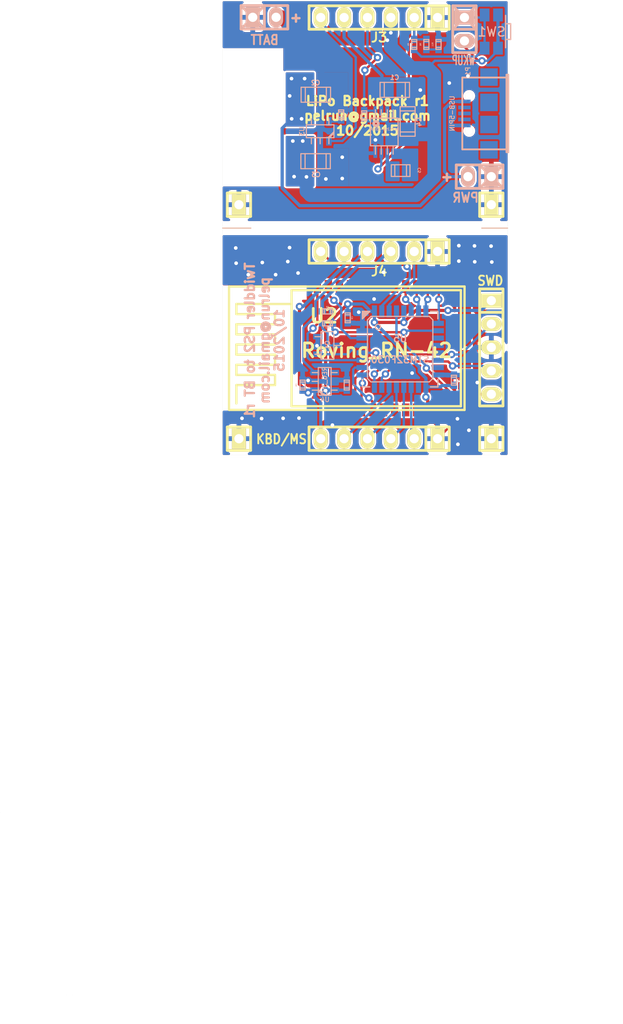
<source format=kicad_pcb>
(kicad_pcb (version 20221018) (generator pcbnew)
  (layers (0 "F.Cu" signal) (31 "B.Cu" signal) (34 "B.Paste" user) (35 "F.Paste" user) (36 "B.SilkS" user "B.Silkscreen") (37 "F.SilkS" user "F.Silkscreen") (38 "B.Mask" user) (39 "F.Mask" user) (44 "Edge.Cuts" user))
  (net 0 "")
  (net 1 "+3.3V")
  (net 2 "+5V")
  (net 3 "+BATT")
  (net 4 "/BATT_SENSE")
  (net 5 "/KB_CLK")
  (net 6 "/KB_DATA")
  (net 7 "/MISO")
  (net 8 "/MOSI")
  (net 9 "/MS_CLK")
  (net 10 "/MS_DATA")
  (net 11 "/POWER_ON")
  (net 12 "/PWR_GOOD")
  (net 13 "/REG_C+")
  (net 14 "/REG_C-")
  (net 15 "/nCTS")
  (net 16 "/nRTS")
  (net 17 "GND")
  (net 18 "VCC")
  (net 19 "/SWDIO")
  (net 20 "/NRST")
  (net 21 "Net-(R3-Pad1)")
  (net 22 "Net-(R11-Pad1)")
  (net 23 "/BT_RX")
  (net 24 "/BT_TX")
  (net 25 "/~{BT_CS}")
  (net 26 "/SCK")
  (net 27 "/SWDCLK")
  (net 28 "/BATT_ADC")
  (net 29 "/~{BT_RESET}")
  (net 30 "Net-(U2-Pad10)")
  (net 31 "Net-(U2-Pad9)")
  (net 32 "Net-(U2-Pad8)")
  (net 33 "Net-(U2-Pad7)")
  (net 34 "Net-(U2-Pad20)")
  (net 35 "Net-(U2-Pad30)")
  (net 36 "Net-(U2-Pad31)")
  (net 37 "Net-(U2-Pad32)")
  (net 38 "Net-(U2-Pad33)")
  (net 39 "Net-(U2-Pad34)")
  (net 40 "/CHG_STAT")
  (net 41 "Net-(U4-Pad4)")
  (net 42 "Net-(U5-Pad11)")
  (net 43 "Net-(U5-Pad12)")
  (net 44 "Net-(U5-Pad13)")
  (net 45 "Net-(U5-Pad18)")
  (net 46 "Net-(U2-Pad3)")
  (net 47 "Net-(U2-Pad4)")
  (net 48 "Net-(U2-Pad17)")
  (net 49 "Net-(U2-Pad18)")
  (net 50 "Net-(U2-Pad19)")
  (net 51 "Net-(U2-Pad21)")
  (net 52 "Net-(U2-Pad22)")
  (net 53 "Net-(U2-Pad35)")
  (net 54 "Net-(U5-Pad14)")
  (net 55 "Net-(U5-Pad15)")
  (net 56 "Net-(P1-Pad2)")
  (net 57 "Net-(P1-Pad3)")
  (net 58 "Net-(P1-Pad4)")
  (net 59 "Net-(Q1-Pad2)")
  (net 60 "Net-(J10-Pad1)")
  (footprint "w_pin_strip:pin_strip_6" (layer "F.Cu") (at 146.36524 77.77936 180)
    (fp_text reference "J1" hide)
    (fp_text value "KBD/MS")
  )
  (footprint "w_pin_strip:pin_strip_5" (layer "F.Cu") (at 158.55724 67.87336 -90)
    (fp_text reference "J2" hide)
    (fp_text value "SWD")
  )
  (footprint "w_rf_modules:w_rf_modules%3aroving_rn-42" (layer "F.Cu") (at 142.84724 67.95736 90)
    (fp_text reference "U2")
    (fp_text value "Roving_RN-42")
  )
  (footprint "w_pin_strip:pin_strip_6" (layer "F.Cu") (at 146.36524 32.05936 180)
    (fp_text reference "J3")
    (fp_text value "BRD1" hide)
  )
  (footprint "w_pin_strip:pin_strip_6" (layer "F.Cu") (at 146.36524 57.45936 180)
    (fp_text reference "J4")
    (fp_text value "BRD2" hide)
  )
  (footprint "w_pin_strip:pin_strip_1" (layer "F.Cu") (at 158.55724 77.77936)
    (fp_text reference "J5" hide)
    (fp_text value "M" hide)
  )
  (footprint "w_pin_strip:pin_strip_1" (layer "F.Cu") (at 131.12524 77.77936)
    (fp_text reference "J6" hide)
    (fp_text value "M" hide)
  )
  (footprint "w_pin_strip:pin_strip_1" (layer "F.Cu") (at 158.55724 52.37936)
    (fp_text reference "J7" hide)
    (fp_text value "M" hide)
  )
  (footprint "w_pin_strip:pin_strip_1" (layer "F.Cu") (at 131.12524 52.37936)
    (fp_text reference "J8" hide)
    (fp_text value "M" hide)
  )
  (footprint "Mounting_Holes:MountingHole_2-5mm" (layer "F.Cu") (at 144.96824 54.91936)
    (fp_text reference "SLOT" hide)
    (fp_text value "SLOT" hide)
  )
  (footprint "w_smd_cap:c_1206" (layer "B.Cu") (at 148.06489 39.91301 180)
    (fp_text reference "C1")
    (fp_text value "10uF" hide)
  )
  (footprint "w_smd_cap:c_1206" (layer "B.Cu") (at 139.48184 40.44136 180)
    (fp_text reference "C2")
    (fp_text value "10uF" hide)
  )
  (footprint "w_smd_cap:c_1206" (layer "B.Cu") (at 139.45644 47.65496 180)
    (fp_text reference "C3")
    (fp_text value "10uF" hide)
  )
  (footprint "w_smd_cap:c_1206" (layer "B.Cu") (at 149.46189 43.34201 -90)
    (fp_text reference "C4")
    (fp_text value "10uF" hide)
  )
  (footprint "w_smd_cap:c_0402" (layer "B.Cu") (at 138.04724 71.95736 90)
    (fp_text reference "C6")
    (fp_text value "1uF/X7R" hide)
  )
  (footprint "w_smd_cap:c_0402" (layer "B.Cu") (at 142.84724 71.95736 -90)
    (fp_text reference "C7")
    (fp_text value "1uF/X7R" hide)
  )
  (footprint "w_smd_trans:sot23" (layer "B.Cu") (at 140.74724 67.65736 90)
    (fp_text reference "Q1")
    (fp_text value "MOS_N_DGS" hide)
  )
  (footprint "w_smd_resistors:r_0402" (layer "B.Cu") (at 142.23764 42.62596 -90)
    (fp_text reference "R3")
    (fp_text value "10k" hide)
  )
  (footprint "w_smd_resistors:r_0402" (layer "B.Cu") (at 150.17524 34.98036 -90)
    (fp_text reference "R5")
    (fp_text value "10k" hide)
  )
  (footprint "w_smd_resistors:r_0402" (layer "B.Cu") (at 151.49604 34.98036 90)
    (fp_text reference "R6")
    (fp_text value "10k" hide)
  )
  (footprint "w_smd_resistors:r_0402" (layer "B.Cu") (at 140.74724 63.95736 180)
    (fp_text reference "R9")
    (fp_text value "10k" hide)
  )
  (footprint "w_smd_resistors:r_0402" (layer "B.Cu") (at 140.74724 65.25736)
    (fp_text reference "R10")
    (fp_text value "10k" hide)
  )
  (footprint "w_smd_resistors:r_0402" (layer "B.Cu") (at 152.81684 34.98036 -90)
    (fp_text reference "R11")
    (fp_text value "10k" hide)
  )
  (footprint "w_smd_dil:msoic-8" (layer "B.Cu") (at 146.92189 44.48501)
    (fp_text reference "U1")
    (fp_text value "MCP1253-33X50")
  )
  (footprint "w_smd_trans:sot23-5" (layer "B.Cu") (at 139.95164 44.40396 180)
    (fp_text reference "U3")
    (fp_text value "MCP73831T-2" hide)
  )
  (footprint "w_smd_trans:sot23-5" (layer "B.Cu") (at 140.44724 71.55736 90)
    (fp_text reference "U4")
    (fp_text value "REG_3V3")
  )
  (footprint "w_smd_lqfp:lqfp32" (layer "B.Cu") (at 148.64724 68.05736)
    (fp_text reference "U5")
    (fp_text value "STM32F030")
  )
  (footprint "w_smd_cap:c_0402" (layer "B.Cu") (at 142.94724 64.65736 90)
    (fp_text reference "C9")
    (fp_text value "0.1u" hide)
  )
  (footprint "w_smd_cap:c_0402" (layer "B.Cu") (at 154.49324 71.42936 90)
    (fp_text reference "C10")
    (fp_text value "0.1u" hide)
  )
  (footprint "w_pin_strip:pin_strip_2" (layer "B.Cu") (at 133.89384 32.03396)
    (fp_text reference "P2" hide)
    (fp_text value "BATT")
  )
  (footprint "w_smd_resistors:r_0402" (layer "B.Cu") (at 144.73964 42.72736 -90)
    (fp_text reference "R4")
    (fp_text value "10k" hide)
  )
  (footprint "w_smd_cap:c_0805" (layer "B.Cu") (at 148.69989 48.67601 180)
    (fp_text reference "C5")
    (fp_text value "1uF" hide)
  )
  (footprint "w_conn_pc:conn_usb_B_micro_smd-2" (layer "B.Cu") (at 158.30324 42.47336 -90)
    (fp_text reference "P1")
    (fp_text value "USB-5PIN")
  )
  (footprint "Buttons_Switches_SMD:SW_SPST_EVQP7A" (layer "B.Cu") (at 158.55724 33.58336 -90)
    (fp_text reference "SW1")
    (fp_text value "WKUP" hide)
  )
  (footprint "w_pin_strip:pin_strip_2" (layer "B.Cu") (at 157.28724 49.33136 180)
    (fp_text reference "J9" hide)
    (fp_text value "PWR")
  )
  (footprint "w_pin_strip:pin_strip_2" (layer "B.Cu") (at 155.63624 33.32936 -90)
    (fp_text reference "J10" hide)
    (fp_text value "WKUP")
  )
  (gr_line (start 129.34724 54.91936) (end 160.33524 54.91936) (stroke (width 0.1)) (layer "B.SilkS"))
  (gr_line (start 160.33524 54.91936) (end 129.34724 54.91936) (stroke (width 0.1)) (layer "F.SilkS"))
  (gr_line (start 160.33524 34.09136) (end 160.33524 30.28136) (stroke (width 0.01)) (layer "Edge.Cuts"))
  (gr_line (start 129.34724 59.49136) (end 129.34724 79.55736) (stroke (width 0.01)) (layer "Edge.Cuts"))
  (gr_line (start 160.33524 34.09136) (end 160.33524 54.15736) (stroke (width 0.01)) (layer "Edge.Cuts"))
  (gr_line (start 160.33524 59.49136) (end 160.33524 55.68136) (stroke (width 0.01)) (layer "Edge.Cuts"))
  (gr_line (start 129.34724 79.55736) (end 160.33524 79.55736) (stroke (width 0.01)) (layer "Edge.Cuts"))
  (gr_line (start 129.34724 54.15736) (end 129.34724 55.68136) (stroke (width 0.01)) (layer "Edge.Cuts"))
  (gr_line (start 160.33524 79.55736) (end 160.33524 59.49136) (stroke (width 0.01)) (layer "Edge.Cuts"))
  (gr_line (start 129.34724 54.15736) (end 129.34724 34.09136) (stroke (width 0.01)) (layer "Edge.Cuts"))
  (gr_line (start 129.34724 30.28136) (end 129.34724 34.09136) (stroke (width 0.01)) (layer "Edge.Cuts"))
  (gr_line (start 160.33524 54.15736) (end 160.33524 55.68136) (stroke (width 0.01)) (layer "Edge.Cuts"))
  (gr_line (start 160.33524 30.28136) (end 129.34724 30.28136) (stroke (width 0.01)) (layer "Edge.Cuts"))
  (gr_line (start 129.34724 55.68136) (end 129.34724 59.49136) (stroke (width 0.01)) (layer "Edge.Cuts"))
  (gr_text "+" (at 153.73124 49.33136) (layer "B.SilkS") (effects (font (size 1 1) (thickness 0.25)) (justify mirror)))
  (gr_text "+" (at 137.32284 32.05936) (layer "B.SilkS") (effects (font (size 1 1) (thickness 0.25)) (justify mirror)))
  (gr_text "Twiddler PS2 to BT r1\npelrun@gmail.com\n10/2015" (at 133.91924 67.11136 90) (layer "B.SilkS") (effects (font (size 1 1) (thickness 0.25)) (justify mirror)))
  (gr_text "+" (at 137.32284 32.05936) (layer "F.SilkS") (effects (font (size 1 1) (thickness 0.25))))
  (gr_text "LiPo Backpack r1\npelrun@gmail.com\n10/2015" (at 145.09524 42.72736) (layer "F.SilkS") (effects (font (size 1 1) (thickness 0.25))))
  (gr_text "+" (at 153.73124 49.33136) (layer "F.SilkS") (effects (font (size 1 1) (thickness 0.25))))
  (target plus (at 105.156 118.364) (size 0.005) (width 0.01) (layer "Edge.Cuts"))
  (target plus (at 116.84 141.351) (size 0.005) (width 0.01) (layer "Edge.Cuts"))
  (target plus (at 113.03 141.351) (size 0.005) (width 0.01) (layer "Edge.Cuts"))
  (target plus (at 113.03 138.176) (size 0.005) (width 0.01) (layer "Edge.Cuts"))
  (target plus (at 116.84 141.351) (size 0.005) (width 0.01) (layer "Edge.Cuts"))
  (target plus (at 105.156 118.364) (size 0.005) (width 0.01) (layer "Edge.Cuts"))
  (target plus (at 112.395 138.176) (size 0.005) (width 0.01) (layer "Edge.Cuts"))
  (segment (start 149.04724 65.15736) (end 145.84816 65.15736) (width 0.35) (layer "F.Cu") (net 1))
  (segment (start 153.84724 63.85736) (end 150.34724 63.85736) (width 0.35) (layer "F.Cu") (net 1))
  (segment (start 150.34724 63.85736) (end 149.04724 65.15736) (width 0.35) (layer "F.Cu") (net 1))
  (segment (start 142.94724 63.15736) (end 140.54724 65.55736) (width 0.35) (layer "F.Cu") (net 1))
  (segment (start 140.54724 65.55736) (end 140.54724 72.55736) (width 0.35) (layer "F.Cu") (net 1))
  (segment (start 151.64724 73.45736) (end 151.44724 73.25736) (width 0.35) (layer "F.Cu") (net 1))
  (segment (start 151.64724 74.65736) (end 151.64724 73.45736) (width 0.35) (layer "F.Cu") (net 1))
  (via (at 151.44724 73.25736) (size 0.8) (drill 0.4) (layers "F.Cu" "B.Cu") (net 1))
  (via (at 140.54724 72.55736) (size 0.8) (drill 0.4) (layers "F.Cu" "B.Cu") (net 1))
  (via (at 145.84816 65.15736) (size 0.8) (drill 0.4) (layers "F.Cu" "B.Cu") (net 1))
  (via (at 149.04724 65.15736) (size 0.8) (drill 0.4) (layers "F.Cu" "B.Cu") (net 1))
  (via (at 153.84724 63.85736) (size 0.8) (drill 0.4) (layers "F.Cu" "B.Cu") (net 1))
  (via (at 142.94724 63.15736) (size 0.8) (drill 0.4) (layers "F.Cu" "B.Cu") (net 1))
  (segment (start 153.1986 72.006) (end 153.04768 72.15692) (width 0.35) (layer "B.Cu") (net 1))
  (segment (start 153.04768 72.15692) (end 151.44632 72.15692) (width 0.35) (layer "B.Cu") (net 1))
  (segment (start 141.50774 72.506) (end 142.84724 72.506) (width 0.35) (layer "B.Cu") (net 1))
  (segment (start 149.04724 65.15736) (end 149.04602 65.15614) (width 0.35) (layer "B.Cu") (net 1))
  (segment (start 149.04602 63.9578) (end 149.04602 65.15614) (width 0.35) (layer "B.Cu") (net 1))
  (segment (start 157.46724 63.85736) (end 153.84724 63.85736) (width 0.35) (layer "B.Cu") (net 1))
  (segment (start 140.54724 72.55736) (end 140.59474 72.50986) (width 0.35) (layer "B.Cu") (net 1))
  (segment (start 140.59474 72.50986) (end 141.50388 72.50986) (width 0.35) (layer "B.Cu") (net 1))
  (segment (start 151.44724 73.25736) (end 151.44632 73.25644) (width 0.35) (layer "B.Cu") (net 1))
  (segment (start 151.44632 73.25644) (end 151.44632 72.15692) (width 0.35) (layer "B.Cu") (net 1))
  (segment (start 144.62724 63.15736) (end 145.42768 63.9578) (width 0.35) (layer "B.Cu") (net 1))
  (segment (start 145.42768 63.9578) (end 145.84816 63.9578) (width 0.35) (layer "B.Cu") (net 1))
  (segment (start 142.94724 64.10872) (end 142.94724 63.15736) (width 0.35) (layer "B.Cu") (net 1))
  (segment (start 145.84816 65.15736) (end 150.721534 70.030734) (width 0.35) (layer "B.Cu") (net 1))
  (segment (start 142.94724 63.15736) (end 144.62724 63.15736) (width 0.35) (layer "B.Cu") (net 1))
  (segment (start 145.84816 63.9578) (end 145.84816 65.15736) (width 0.35) (layer "B.Cu") (net 1))
  (segment (start 158.34724 62.97736) (end 157.46724 63.85736) (width 0.35) (layer "B.Cu") (net 1))
  (segment (start 151.44632 71.221168) (end 151.44632 72.15692) (width 0.35) (layer "B.Cu") (net 1))
  (segment (start 141.50388 72.50986) (end 141.50774 72.506) (width 0.35) (layer "B.Cu") (net 1))
  (segment (start 154.64724 72.006) (end 153.1986 72.006) (width 0.35) (layer "B.Cu") (net 1))
  (segment (start 150.721534 70.496382) (end 151.44632 71.221168) (width 0.35) (layer "B.Cu") (net 1))
  (segment (start 150.721534 70.030734) (end 150.721534 70.496382) (width 0.35) (layer "B.Cu") (net 1))
  (segment (start 138.64364 72.80096) (end 137.70384 71.86116) (width 0.35) (layer "F.Cu") (net 2))
  (segment (start 137.70384 71.86116) (end 137.70384 63.42836) (width 0.35) (layer "F.Cu") (net 2))
  (via (at 138.64364 72.80096) (size 0.8) (drill 0.4) (layers "F.Cu" "B.Cu") (net 2))
  (via (at 137.70384 63.42836) (size 0.8) (drill 0.4) (layers "F.Cu" "B.Cu") (net 2))
  (segment (start 146.59677 39.98413) (end 146.66789 39.91301) (width 0.254) (layer "B.Cu") (net 2))
  (segment (start 146.49964 39.74476) (end 146.66789 39.91301) (width 0.35) (layer "B.Cu") (net 2))
  (segment (start 146.66789 38.35641) (end 142.55524 34.24376) (width 0.35) (layer "B.Cu") (net 2))
  (segment (start 142.55524 34.24376) (end 142.55524 32.05936) (width 0.35) (layer "B.Cu") (net 2))
  (segment (start 140.01524 73.89316) (end 139.3906 73.26852) (width 0.35) (layer "B.Cu") (net 2))
  (segment (start 139.3906 73.26852) (end 139.3906 72.50986) (width 0.35) (layer "B.Cu") (net 2))
  (segment (start 138.0511 72.50986) (end 138.04724 72.506) (width 0.35) (layer "B.Cu") (net 2))
  (segment (start 138.93474 72.50986) (end 138.64364 72.80096) (width 0.35) (layer "B.Cu") (net 2))
  (segment (start 137.70384 63.42836) (end 138.11024 63.42836) (width 0.35) (layer "B.Cu") (net 2))
  (segment (start 138.11024 63.42836) (end 142.55524 58.98336) (width 0.35) (layer "B.Cu") (net 2))
  (segment (start 142.55524 58.98336) (end 142.55524 57.45936) (width 0.35) (layer "B.Cu") (net 2))
  (segment (start 146.66789 39.91301) (end 146.66789 38.35641) (width 0.35) (layer "B.Cu") (net 2))
  (segment (start 146.59677 42.18377) (end 146.59677 39.98413) (width 0.35) (layer "B.Cu") (net 2))
  (segment (start 139.3906 72.50986) (end 139.38674 72.506) (width 0.35) (layer "B.Cu") (net 2))
  (segment (start 140.01524 77.77936) (end 140.01524 73.89316) (width 0.35) (layer "B.Cu") (net 2))
  (segment (start 139.3906 72.50986) (end 138.0511 72.50986) (width 0.35) (layer "B.Cu") (net 2))
  (segment (start 146.66789 40.01461) (end 146.66789 39.91301) (width 0.35) (layer "B.Cu") (net 2))
  (segment (start 139.3906 72.50986) (end 138.93474 72.50986) (width 0.35) (layer "B.Cu") (net 2))
  (segment (start 140.01524 77.77936) (end 140.54864 77.77936) (width 0.254) (layer "B.Cu") (net 2))
  (segment (start 140.01524 77.77936) (end 140.01524 76.76336) (width 0.35) (layer "B.Cu") (net 2))
  (segment (start 138.06164 45.46796) (end 136.98214 45.46796) (width 0.35) (layer "F.Cu") (net 3))
  (segment (start 137.11964 49.33136) (end 137.14504 49.35676) (width 0.35) (layer "F.Cu") (net 3))
  (segment (start 137.14504 49.35676) (end 138.46584 49.35676) (width 0.35) (layer "F.Cu") (net 3))
  (segment (start 135.79884 32.03396) (end 138.11024 34.34536) (width 1.5) (layer "F.Cu") (net 3))
  (segment (start 138.11024 34.34536) (end 147.00024 34.34536) (width 1.5) (layer "F.Cu") (net 3))
  (segment (start 147.00024 34.34536) (end 147.63524 33.71036) (width 1.5) (layer "F.Cu") (net 3))
  (segment (start 147.63524 33.71036) (end 147.63524 32.05936) (width 1.5) (layer "F.Cu") (net 3))
  (segment (start 147.25424 34.52316) (end 147.25424 34.09136) (width 0.254) (layer "F.Cu") (net 3))
  (segment (start 147.25424 34.09136) (end 147.63524 33.71036) (width 0.254) (layer "F.Cu") (net 3))
  (segment (start 155.63624 35.23436) (end 157.16024 36.75836) (width 0.254) (layer "F.Cu") (net 3))
  (segment (start 157.16024 36.75836) (end 157.54124 36.75836) (width 0.254) (layer "F.Cu") (net 3))
  (segment (start 147.63524 57.45936) (end 147.94924 57.45936) (width 0.35) (layer "F.Cu") (net 3))
  (segment (start 135.16384 32.03396) (end 135.79884 32.03396) (width 1.5) (layer "F.Cu") (net 3))
  (segment (start 135.16384 32.03396) (end 135.16384 32.59276) (width 0.35) (layer "F.Cu") (net 3))
  (segment (start 155.63624 34.59936) (end 155.63624 35.23436) (width 0.254) (layer "F.Cu") (net 3))
  (via (at 147.25424 34.52316) (size 0.8) (drill 0.4) (layers "F.Cu" "B.Cu") (net 3))
  (via (at 137.11964 49.33136) (size 0.8) (drill 0.4) (layers "F.Cu" "B.Cu") (net 3))
  (via (at 157.54124 36.75836) (size 0.8) (drill 0.4) (layers "F.Cu" "B.Cu") (net 3))
  (via (at 138.46584 49.35676) (size 0.8) (drill 0.4) (layers "F.Cu" "B.Cu") (net 3))
  (via (at 136.98214 45.46796) (size 0.8) (drill 0.4) (layers "F.Cu" "B.Cu") (net 3))
  (via (at 147.63524 33.71036) (size 0.8) (drill 0.4) (layers "F.Cu" "B.Cu") (net 3))
  (via (at 138.06164 45.46796) (size 0.8) (drill 0.4) (layers "F.Cu" "B.Cu") (net 3))
  (segment (start 147.24701 44.36563) (end 147.62039 44.73901) (width 0.35) (layer "B.Cu") (net 3))
  (segment (start 147.62039 44.73901) (end 149.46189 44.73901) (width 0.35) (layer "B.Cu") (net 3))
  (segment (start 137.55314 47.69146) (end 138.04664 47.19796) (width 0.35) (layer "B.Cu") (net 3))
  (segment (start 138.069 45.4606) (end 138.06164 45.46796) (width 0.35) (layer "B.Cu") (net 3))
  (segment (start 136.98214 45.46796) (end 138.04664 46.53246) (width 0.35) (layer "B.Cu") (net 3))
  (segment (start 138.04664 46.53246) (end 138.04664 47.19796) (width 0.35) (layer "B.Cu") (net 3))
  (segment (start 138.20914 47.36046) (end 138.04664 47.19796) (width 0.35) (layer "B.Cu") (net 3))
  (segment (start 147.38124 57.45936) (end 145.85724 58.98336) (width 0.35) (layer "B.Cu") (net 3))
  (segment (start 145.85724 58.98336) (end 144.07924 58.98336) (width 0.35) (layer "B.Cu") (net 3))
  (segment (start 144.07924 58.98336) (end 140.1986 62.864) (width 0.35) (layer "B.Cu") (net 3))
  (segment (start 140.1986 62.864) (end 140.1986 63.95736) (width 0.35) (layer "B.Cu") (net 3))
  (segment (start 147.24701 43.276) (end 147.20637 43.23536) (width 0.35) (layer "B.Cu") (net 3))
  (segment (start 147.20637 43.23536) (end 147.15264 43.23536) (width 0.35) (layer "B.Cu") (net 3))
  (segment (start 147.15264 43.23536) (end 147.24701 43.23536) (width 0.35) (layer "B.Cu") (net 3))
  (segment (start 147.24701 43.23536) (end 147.24701 44.36563) (width 0.35) (layer "B.Cu") (net 3))
  (segment (start 138.04664 48.40436) (end 137.11964 49.33136) (width 0.35) (layer "B.Cu") (net 3))
  (segment (start 147.63524 35.28516) (end 149.89584 37.54576) (width 1.5) (layer "B.Cu") (net 3))
  (segment (start 149.89584 37.54576) (end 151.62304 37.54576) (width 1.5) (layer "B.Cu") (net 3))
  (segment (start 151.62304 37.54576) (end 152.352238 38.274958) (width 1.5) (layer "B.Cu") (net 3))
  (segment (start 152.352238 38.274958) (end 152.352238 43.572962) (width 1.5) (layer "B.Cu") (net 3))
  (segment (start 138.46584 50.90616) (end 138.89764 51.33796) (width 1.5) (layer "B.Cu") (net 3))
  (segment (start 138.89764 51.33796) (end 150.35304 51.33796) (width 1.5) (layer "B.Cu") (net 3))
  (segment (start 150.35304 51.33796) (end 152.352238 49.338762) (width 1.5) (layer "B.Cu") (net 3))
  (segment (start 152.352238 49.338762) (end 152.352238 44.75936) (width 1.5) (layer "B.Cu") (net 3))
  (segment (start 152.352238 44.73901) (end 152.331888 44.75936) (width 1.5) (layer "B.Cu") (net 3))
  (segment (start 152.331888 44.75936) (end 151.82624 44.75936) (width 1.5) (layer "B.Cu") (net 3))
  (segment (start 151.82624 44.75936) (end 152.352238 44.75936) (width 1.5) (layer "B.Cu") (net 3))
  (segment (start 152.352238 44.75936) (end 152.352238 43.572962) (width 1.5) (layer "B.Cu") (net 3))
  (segment (start 147.25424 32.44036) (end 147.25424 34.52316) (width 0.254) (layer "B.Cu") (net 3))
  (segment (start 147.63524 33.71036) (end 147.63524 32.05936) (width 0.254) (layer "B.Cu") (net 3))
  (segment (start 159.28224 35.62696) (end 158.154038 36.755162) (width 0.254) (layer "B.Cu") (net 3))
  (segment (start 158.154038 36.755162) (end 157.54124 36.755162) (width 0.254) (layer "B.Cu") (net 3))
  (segment (start 152.413638 36.755162) (end 151.62304 37.54576) (width 0.254) (layer "B.Cu") (net 3))
  (segment (start 157.54124 36.75836) (end 157.54124 36.755162) (width 0.254) (layer "B.Cu") (net 3))
  (segment (start 157.54124 36.755162) (end 157.54124 36.75836) (width 0.254) (layer "B.Cu") (net 3))
  (segment (start 157.54124 36.75836) (end 157.54124 36.755162) (width 0.254) (layer "B.Cu") (net 3))
  (segment (start 157.54124 36.755162) (end 152.413638 36.755162) (width 0.254) (layer "B.Cu") (net 3))
  (segment (start 147.63524 32.05936) (end 147.25424 32.44036) (width 0.254) (layer "B.Cu") (net 3))
  (segment (start 147.63524 57.45936) (end 147.38124 57.45936) (width 0.35) (layer "B.Cu") (net 3))
  (segment (start 138.04664 47.19796) (end 138.04664 48.40436) (width 0.35) (layer "B.Cu") (net 3))
  (segment (start 138.99914 45.4606) (end 138.069 45.4606) (width 0.35) (layer "B.Cu") (net 3))
  (segment (start 147.24701 42.18377) (end 147.24701 43.23536) (width 0.35) (layer "B.Cu") (net 3))
  (segment (start 147.63524 32.05936) (end 147.63524 35.28516) (width 1.5) (layer "B.Cu") (net 3))
  (segment (start 159.28224 35.38336) (end 159.28224 35.62696) (width 0.254) (layer "B.Cu") (net 3))
  (segment (start 149.46189 44.73901) (end 152.352238 44.73901) (width 1.5) (layer "B.Cu") (net 3))
  (segment (start 147.63524 32.05936) (end 147.63524 33.04996) (width 0.35) (layer "B.Cu") (net 3))
  (segment (start 144.73964 43.276) (end 147.24701 43.276) (width 0.35) (layer "B.Cu") (net 3))
  (segment (start 138.46584 49.35676) (end 138.46584 50.90616) (width 1.5) (layer "B.Cu") (net 3))
  (segment (start 159.28224 35.38336) (end 159.28224 31.78336) (width 0.35) (layer "B.Cu") (net 3))
  (segment (start 144.54646 67.65736) (end 144.54768 67.65858) (width 0.254) (layer "B.Cu") (net 4))
  (segment (start 143.88762 67.65858) (end 142.93634 68.60986) (width 0.254) (layer "B.Cu") (net 4))
  (segment (start 142.93634 68.60986) (end 139.6906 68.60986) (width 0.254) (layer "B.Cu") (net 4))
  (segment (start 144.54768 67.65858) (end 143.88762 67.65858) (width 0.254) (layer "B.Cu") (net 4))
  (segment (start 148.24846 74.62614) (end 145.09524 77.77936) (width 0.254) (layer "B.Cu") (net 5))
  (segment (start 148.24846 72.15692) (end 148.24846 72.75614) (width 0.254) (layer "B.Cu") (net 5))
  (segment (start 148.24846 72.15692) (end 148.24846 74.62614) (width 0.254) (layer "B.Cu") (net 5))
  (segment (start 147.44836 72.88624) (end 142.55524 77.77936) (width 0.254) (layer "B.Cu") (net 6))
  (segment (start 147.44836 72.15692) (end 147.44836 72.88624) (width 0.254) (layer "B.Cu") (net 6))
  (segment (start 139.64724 65.32036) (end 139.17704 65.79056) (width 0.254) (layer "F.Cu") (net 7))
  (segment (start 139.64724 61.25736) (end 139.64724 65.32036) (width 0.254) (layer "F.Cu") (net 7))
  (via (at 139.17704 65.79056) (size 0.8) (drill 0.4) (layers "F.Cu" "B.Cu") (net 7))
  (segment (start 138.59284 68.99096) (end 138.85812 69.25624) (width 0.254) (layer "B.Cu") (net 7))
  (segment (start 138.85812 69.25624) (end 144.54768 69.25624) (width 0.254) (layer "B.Cu") (net 7))
  (segment (start 139.17704 65.79056) (end 138.59284 66.37476) (width 0.254) (layer "B.Cu") (net 7))
  (segment (start 138.59284 66.37476) (end 138.59284 66.95896) (width 0.254) (layer "B.Cu") (net 7))
  (segment (start 138.59284 66.95896) (end 138.59284 68.99096) (width 0.254) (layer "B.Cu") (net 7))
  (segment (start 140.84724 74.65736) (end 140.84724 73.70336) (width 0.254) (layer "F.Cu") (net 8))
  (segment (start 140.84724 73.70336) (end 140.94324 73.60736) (width 0.254) (layer "F.Cu") (net 8))
  (segment (start 145.99724 68.99736) (end 145.99724 68.45736) (width 0.254) (layer "F.Cu") (net 8))
  (segment (start 143.24724 73.60736) (end 143.76724 73.08736) (width 0.254) (layer "F.Cu") (net 8))
  (segment (start 140.94324 73.60736) (end 143.24724 73.60736) (width 0.254) (layer "F.Cu") (net 8))
  (segment (start 143.76724 71.22736) (end 145.99724 68.99736) (width 0.254) (layer "F.Cu") (net 8))
  (segment (start 143.76724 73.08736) (end 143.76724 71.22736) (width 0.254) (layer "F.Cu") (net 8))
  (via (at 145.99724 68.45736) (size 0.8) (drill 0.4) (layers "F.Cu" "B.Cu") (net 8))
  (segment (start 145.99724 68.45736) (end 144.5489 68.45736) (width 0.254) (layer "B.Cu") (net 8))
  (segment (start 144.5489 68.45736) (end 144.54768 68.45614) (width 0.254) (layer "B.Cu") (net 8))
  (segment (start 149.84612 77.45024) (end 150.17524 77.77936) (width 0.254) (layer "B.Cu") (net 9))
  (segment (start 149.84612 72.15692) (end 149.84612 77.45024) (width 0.254) (layer "B.Cu") (net 9))
  (segment (start 149.04602 76.36858) (end 147.63524 77.77936) (width 0.254) (layer "B.Cu") (net 10))
  (segment (start 149.04602 72.15692) (end 149.04602 76.36858) (width 0.254) (layer "B.Cu") (net 10))
  (segment (start 146.23824 48.49316) (end 149.59104 45.14036) (width 0.254) (layer "F.Cu") (net 11))
  (segment (start 149.59104 45.14036) (end 149.59104 34.82796) (width 0.254) (layer "F.Cu") (net 11))
  (segment (start 149.59104 34.82796) (end 150.17524 34.24376) (width 0.254) (layer "F.Cu") (net 11))
  (segment (start 150.17524 34.24376) (end 150.17524 32.05936) (width 0.254) (layer "F.Cu") (net 11))
  (via (at 146.23824 48.49316) (size 0.8) (drill 0.4) (layers "F.Cu" "B.Cu") (net 11))
  (segment (start 147.44836 63.23424) (end 150.17524 60.50736) (width 0.254) (layer "B.Cu") (net 11))
  (segment (start 150.17524 60.50736) (end 150.17524 57.45936) (width 0.254) (layer "B.Cu") (net 11))
  (segment (start 146.59677 48.13463) (end 146.23824 48.49316) (width 0.254) (layer "B.Cu") (net 11))
  (segment (start 150.17524 34.43172) (end 151.49604 34.43172) (width 0.254) (layer "B.Cu") (net 11))
  (segment (start 150.17524 32.05936) (end 150.17524 34.43172) (width 0.254) (layer "B.Cu") (net 11))
  (segment (start 146.59677 46.78625) (end 146.59677 48.13463) (width 0.254) (layer "B.Cu") (net 11))
  (segment (start 147.44836 63.9578) (end 147.44836 63.23424) (width 0.254) (layer "B.Cu") (net 11))
  (segment (start 144.81584 37.77436) (end 146.18744 36.40276) (width 0.254) (layer "F.Cu") (net 12))
  (via (at 144.81584 37.77436) (size 0.8) (drill 0.4) (layers "F.Cu" "B.Cu") (net 12))
  (via (at 146.18744 36.40276) (size 0.8) (drill 0.4) (layers "F.Cu" "B.Cu") (net 12))
  (segment (start 138.93674 70.60486) (end 139.3906 70.60486) (width 0.254) (layer "B.Cu") (net 12))
  (segment (start 146.18744 36.40276) (end 145.09524 35.31056) (width 0.254) (layer "B.Cu") (net 12))
  (segment (start 145.09524 35.31056) (end 145.09524 32.05936) (width 0.254) (layer "B.Cu") (net 12))
  (segment (start 145.94148 42.17872) (end 145.94653 42.18377) (width 0.254) (layer "B.Cu") (net 12))
  (segment (start 144.73964 37.85056) (end 144.81584 37.77436) (width 0.254) (layer "B.Cu") (net 12))
  (segment (start 138.138838 69.353098) (end 138.138838 65.736562) (width 0.254) (layer "B.Cu") (net 12))
  (segment (start 138.138838 65.736562) (end 139.45644 64.41896) (width 0.254) (layer "B.Cu") (net 12))
  (segment (start 139.45644 64.41896) (end 139.45644 62.84416) (width 0.254) (layer "B.Cu") (net 12))
  (segment (start 144.73964 42.17872) (end 145.94148 42.17872) (width 0.254) (layer "B.Cu") (net 12))
  (segment (start 144.84124 57.45936) (end 139.45644 62.84416) (width 0.254) (layer "B.Cu") (net 12))
  (segment (start 144.73964 42.17872) (end 144.73964 37.85056) (width 0.254) (layer "B.Cu") (net 12))
  (segment (start 139.3906 70.60486) (end 139.34724 70.5615) (width 0.254) (layer "B.Cu") (net 12))
  (segment (start 138.138838 69.353098) (end 139.3906 70.60486) (width 0.254) (layer "B.Cu") (net 12))
  (segment (start 147.24701 47.77177) (end 148.15125 48.67601) (width 0.254) (layer "B.Cu") (net 13))
  (segment (start 147.24701 46.78625) (end 147.24701 47.77177) (width 0.254) (layer "B.Cu") (net 13))
  (segment (start 148.70963 46.78625) (end 149.24853 47.32515) (width 0.254) (layer "B.Cu") (net 14))
  (segment (start 149.24853 47.32515) (end 149.24853 48.67601) (width 0.254) (layer "B.Cu") (net 14))
  (segment (start 147.89725 46.78625) (end 148.70963 46.78625) (width 0.254) (layer "B.Cu") (net 14))
  (segment (start 150.44724 61.25736) (end 150.44724 62.65736) (width 0.254) (layer "F.Cu") (net 15))
  (via (at 150.44724 62.65736) (size 0.8) (drill 0.4) (layers "F.Cu" "B.Cu") (net 15))
  (segment (start 150.44724 62.65736) (end 150.64622 62.85634) (width 0.254) (layer "B.Cu") (net 15))
  (segment (start 150.64622 62.85634) (end 150.64622 63.9578) (width 0.254) (layer "B.Cu") (net 15))
  (segment (start 149.24724 61.25736) (end 149.24724 62.65736) (width 0.254) (layer "F.Cu") (net 16))
  (via (at 149.24724 62.65736) (size 0.8) (drill 0.4) (layers "F.Cu" "B.Cu") (net 16))
  (segment (start 149.24724 62.65736) (end 149.84612 63.25624) (width 0.254) (layer "B.Cu") (net 16))
  (segment (start 149.84612 63.25624) (end 149.84612 63.9578) (width 0.254) (layer "B.Cu") (net 16))
  (segment (start 152.84724 75.55736) (end 152.34724 76.05736) (width 0.254) (layer "F.Cu") (net 17))
  (segment (start 152.34724 76.05736) (end 141.41224 76.05736) (width 0.254) (layer "F.Cu") (net 17))
  (segment (start 152.71524 76.42536) (end 152.34724 76.05736) (width 0.254) (layer "F.Cu") (net 17))
  (segment (start 156.94724 66.15736) (end 156.94724 65.25736) (width 0.254) (layer "F.Cu") (net 17))
  (segment (start 156.94724 65.25736) (end 156.54724 64.85736) (width 0.254) (layer "F.Cu") (net 17))
  (segment (start 156.54724 64.85736) (end 155.64724 64.85736) (width 0.254) (layer "F.Cu") (net 17))
  (segment (start 149.94724 70.65736) (end 152.84724 73.55736) (width 0.254) (layer "F.Cu") (net 17))
  (segment (start 152.84724 73.55736) (end 152.84724 74.65736) (width 0.254) (layer "F.Cu") (net 17))
  (segment (start 156.94724 61.25736) (end 155.94724 60.25736) (width 0.254) (layer "F.Cu") (net 17))
  (segment (start 138.81724 62.88736) (end 138.81724 61.07736) (width 0.254) (layer "F.Cu") (net 17))
  (segment (start 138.81724 61.07736) (end 137.56724 59.82736) (width 0.254) (layer "F.Cu") (net 17))
  (segment (start 136.62724 57.03736) (end 139.51724 59.92736) (width 0.254) (layer "F.Cu") (net 17))
  (segment (start 139.51724 59.92736) (end 146.74624 59.92736) (width 0.254) (layer "F.Cu") (net 17))
  (segment (start 155.61724 59.92736) (end 155.62464 59.93476) (width 0.254) (layer "F.Cu") (net 17))
  (segment (start 144.14724 64.04736) (end 145.57724 62.61736) (width 0.254) (layer "F.Cu") (net 17))
  (segment (start 145.57724 62.61736) (end 145.81724 62.61736) (width 0.254) (layer "F.Cu") (net 17))
  (segment (start 147.09724 59.92736) (end 147.35724 59.92736) (width 0.254) (layer "F.Cu") (net 17))
  (segment (start 147.35724 59.92736) (end 155.61724 59.92736) (width 0.254) (layer "F.Cu") (net 17))
  (segment (start 154.08684 52.37936) (end 153.14704 52.37936) (width 0.254) (layer "F.Cu") (net 17))
  (segment (start 152.71524 38.05376) (end 150.83564 39.93336) (width 0.254) (layer "F.Cu") (net 17))
  (segment (start 153.14704 52.37936) (end 152.96924 52.37936) (width 0.254) (layer "F.Cu") (net 17))
  (segment (start 150.83564 40.08576) (end 152.71524 41.96536) (width 0.254) (layer "F.Cu") (net 17))
  (segment (start 152.71524 41.96536) (end 152.71524 52.37936) (width 0.254) (layer "F.Cu") (net 17))
  (segment (start 152.86764 38.05376) (end 153.98524 39.17136) (width 0.254) (layer "F.Cu") (net 17))
  (segment (start 156.01724 38.40936) (end 152.71524 41.71136) (width 0.254) (layer "F.Cu") (net 17))
  (segment (start 152.71524 41.71136) (end 152.71524 41.96536) (width 0.254) (layer "F.Cu") (net 17))
  (segment (start 146.84784 59.71996) (end 146.84784 59.82576) (width 0.254) (layer "F.Cu") (net 17))
  (segment (start 146.84784 59.82576) (end 146.74624 59.92736) (width 0.254) (layer "F.Cu") (net 17))
  (segment (start 146.74624 59.92736) (end 147.35724 59.92736) (width 0.254) (layer "F.Cu") (net 17))
  (segment (start 142.35204 40.23816) (end 142.35204 47.22316) (width 0.35) (layer "F.Cu") (net 17))
  (segment (start 145.95884 45.34356) (end 144.07924 47.22316) (width 0.254) (layer "F.Cu") (net 17))
  (segment (start 144.07924 47.22316) (end 142.35204 47.22316) (width 0.254) (layer "F.Cu") (net 17))
  (segment (start 158.07464 52.86196) (end 158.55724 52.37936) (width 0.254) (layer "F.Cu") (net 17))
  (segment (start 139.55804 37.44416) (end 142.35204 40.23816) (width 0.35) (layer "F.Cu") (net 17))
  (segment (start 136.07824 33.96436) (end 134.55424 33.96436) (width 0.35) (layer "F.Cu") (net 17))
  (segment (start 134.93524 52.37936) (end 136.05284 53.49696) (width 0.254) (layer "F.Cu") (net 17))
  (segment (start 156.95704 67.87336) (end 156.94724 67.86356) (width 0.254) (layer "F.Cu") (net 17))
  (segment (start 156.94724 67.86356) (end 156.94724 66.15736) (width 0.254) (layer "F.Cu") (net 17))
  (segment (start 156.95704 71.60716) (end 157.03324 71.68336) (width 0.254) (layer "F.Cu") (net 17))
  (segment (start 140.57404 49.58536) (end 140.54864 49.58536) (width 0.254) (layer "F.Cu") (net 17))
  (segment (start 130.77724 58.68616) (end 130.82044 58.72936) (width 0.254) (layer "F.Cu") (net 17))
  (segment (start 132.14124 59.97396) (end 133.46204 58.65316) (width 0.254) (layer "F.Cu") (net 17))
  (segment (start 133.46204 58.65316) (end 133.66524 58.65316) (width 0.254) (layer "F.Cu") (net 17))
  (segment (start 135.11304 59.97396) (end 136.43384 58.65316) (width 0.254) (layer "F.Cu") (net 17))
  (segment (start 136.43384 58.65316) (end 136.43384 58.55156) (width 0.254) (layer "F.Cu") (net 17))
  (segment (start 137.55144 59.79616) (end 137.56724 59.81196) (width 0.254) (layer "F.Cu") (net 17))
  (segment (start 137.56724 59.81196) (end 137.56724 59.82736) (width 0.254) (layer "F.Cu") (net 17))
  (segment (start 154.39164 57.45936) (end 155.02664 56.82436) (width 0.254) (layer "F.Cu") (net 17))
  (segment (start 156.72844 56.84976) (end 156.75384 56.87516) (width 0.254) (layer "F.Cu") (net 17))
  (segment (start 156.75384 56.87516) (end 158.53184 56.87516) (width 0.254) (layer "F.Cu") (net 17))
  (segment (start 158.60804 58.60236) (end 158.58264 58.57696) (width 0.254) (layer "F.Cu") (net 17))
  (segment (start 158.58264 58.57696) (end 156.75384 58.57696) (width 0.254) (layer "F.Cu") (net 17))
  (segment (start 155.02664 58.50076) (end 155.62464 59.09876) (width 0.254) (layer "F.Cu") (net 17))
  (segment (start 155.62464 59.09876) (end 155.62464 59.93476) (width 0.254) (layer "F.Cu") (net 17))
  (segment (start 155.62464 59.93476) (end 155.94724 60.25736) (width 0.254) (layer "F.Cu") (net 17))
  (segment (start 131.12524 75.89976) (end 131.45544 75.56956) (width 0.254) (layer "F.Cu") (net 17))
  (segment (start 133.58904 75.59496) (end 133.61444 75.56956) (width 0.254) (layer "F.Cu") (net 17))
  (segment (start 133.61444 75.56956) (end 135.92584 75.56956) (width 0.254) (layer "F.Cu") (net 17))
  (segment (start 137.65304 75.54416) (end 138.16624 76.05736) (width 0.254) (layer "F.Cu") (net 17))
  (segment (start 138.16624 76.05736) (end 138.52184 76.05736) (width 0.254) (layer "F.Cu") (net 17))
  (segment (start 138.52184 76.05736) (end 138.54204 76.07756) (width 0.254) (layer "F.Cu") (net 17))
  (segment (start 138.54204 76.07756) (end 138.54204 76.05736) (width 0.254) (layer "F.Cu") (net 17))
  (segment (start 156.11884 76.86496) (end 154.92504 78.05876) (width 0.254) (layer "F.Cu") (net 17))
  (segment (start 154.92504 78.05876) (end 154.92504 78.38896) (width 0.254) (layer "F.Cu") (net 17))
  (segment (start 139.64724 75.88676) (end 139.47664 76.05736) (width 0.254) (layer "F.Cu") (net 17))
  (segment (start 139.47664 76.05736) (end 138.54204 76.05736) (width 0.254) (layer "F.Cu") (net 17))
  (segment (start 141.41224 76.05736) (end 140.44724 76.05736) (width 0.254) (layer "F.Cu") (net 17))
  (segment (start 141.41224 76.17916) (end 141.28524 76.30616) (width 0.254) (layer "F.Cu") (net 17))
  (segment (start 138.64364 71.45476) (end 139.64724 72.45836) (width 0.254) (layer "F.Cu") (net 17))
  (segment (start 139.64724 72.45836) (end 139.64724 74.65736) (width 0.254) (layer "F.Cu") (net 17))
  (segment (start 139.60884 67.28916) (end 138.44044 66.12076) (width 0.254) (layer "F.Cu") (net 17))
  (segment (start 138.44044 66.12076) (end 138.44044 63.26416) (width 0.254) (layer "F.Cu") (net 17))
  (segment (start 138.44044 63.26416) (end 138.81724 62.88736) (width 0.254) (layer "F.Cu") (net 17))
  (segment (start 151.69924 53.49696) (end 136.05284 53.49696) (width 0.254) (layer "F.Cu") (net 17))
  (segment (start 152.81684 52.37936) (end 152.96924 52.37936) (width 0.254) (layer "F.Cu") (net 17))
  (segment (start 152.96924 52.37936) (end 152.71524 52.37936) (width 0.254) (layer "F.Cu") (net 17))
  (segment (start 158.21942 67.87336) (end 158.55724 67.87336) (width 0.254) (layer "F.Cu") (net 17))
  (segment (start 132.62384 32.03396) (end 134.55424 33.96436) (width 0.35) (layer "F.Cu") (net 17))
  (segment (start 156.40724 71.05736) (end 157.03324 71.68336) (width 0.254) (layer "F.Cu") (net 17))
  (segment (start 156.94724 65.25736) (end 156.94724 61.25736) (width 0.254) (layer "F.Cu") (net 17))
  (segment (start 152.71524 57.45936) (end 154.39164 57.45936) (width 0.254) (layer "F.Cu") (net 17))
  (segment (start 131.12524 77.77936) (end 131.12524 75.89976) (width 0.254) (layer "F.Cu") (net 17))
  (segment (start 150.83564 39.93336) (end 150.83564 40.08576) (width 0.254) (layer "F.Cu") (net 17))
  (segment (start 139.64724 74.65736) (end 139.64724 75.25736) (width 0.254) (layer "F.Cu") (net 17))
  (segment (start 158.55724 67.87336) (end 158.55724 67.76736) (width 0.254) (layer "F.Cu") (net 17))
  (segment (start 152.71524 77.77936) (end 154.87424 75.62036) (width 0.254) (layer "F.Cu") (net 17))
  (segment (start 158.55724 67.87336) (end 156.95704 67.87336) (width 0.254) (layer "F.Cu") (net 17))
  (segment (start 158.55724 52.37936) (end 154.08684 52.37936) (width 0.254) (layer "F.Cu") (net 17))
  (segment (start 155.64724 71.05736) (end 156.035842 71.05736) (width 0.254) (layer "F.Cu") (net 17))
  (segment (start 151.69924 53.49696) (end 152.81684 52.37936) (width 0.254) (layer "F.Cu") (net 17))
  (segment (start 139.60884 67.69556) (end 139.60884 67.28916) (width 0.254) (layer "F.Cu") (net 17))
  (segment (start 139.64724 74.65736) (end 139.64724 75.88676) (width 0.254) (layer "F.Cu") (net 17))
  (segment (start 152.84724 74.65736) (end 152.84724 75.55736) (width 0.254) (layer "F.Cu") (net 17))
  (segment (start 140.44724 76.05736) (end 139.47664 76.05736) (width 0.254) (layer "F.Cu") (net 17))
  (segment (start 152.71524 32.05936) (end 152.71524 38.05376) (width 0.254) (layer "F.Cu") (net 17))
  (segment (start 139.55804 37.44416) (end 136.07824 33.96436) (width 0.35) (layer "F.Cu") (net 17))
  (segment (start 155.64724 71.05736) (end 156.40724 71.05736) (width 0.254) (layer "F.Cu") (net 17))
  (segment (start 142.35204 47.22316) (end 142.35204 49.53456) (width 0.254) (layer "F.Cu") (net 17))
  (segment (start 130.77724 57.07736) (end 130.77724 58.68616) (width 0.254) (layer "F.Cu") (net 17))
  (segment (start 141.41224 76.05736) (end 141.41224 76.17916) (width 0.254) (layer "F.Cu") (net 17))
  (segment (start 131.12524 52.37936) (end 134.93524 52.37936) (width 0.254) (layer "F.Cu") (net 17))
  (segment (start 152.71524 38.05376) (end 152.86764 38.05376) (width 0.254) (layer "F.Cu") (net 17))
  (segment (start 158.55724 52.37936) (end 158.55724 49.33136) (width 0.254) (layer "F.Cu") (net 17))
  (segment (start 131.12524 52.37936) (end 131.60784 52.86196) (width 0.254) (layer "F.Cu") (net 17))
  (segment (start 156.95704 67.87336) (end 156.95704 71.60716) (width 0.254) (layer "F.Cu") (net 17))
  (segment (start 152.71524 77.77936) (end 152.71524 76.42536) (width 0.254) (layer "F.Cu") (net 17))
  (via (at 144.14724 64.04736) (size 0.8) (drill 0.4) (layers "F.Cu" "B.Cu") (net 17))
  (via (at 156.72844 56.84976) (size 0.8) (drill 0.4) (layers "F.Cu" "B.Cu") (net 17))
  (via (at 153.98524 39.17136) (size 0.8) (drill 0.4) (layers "F.Cu" "B.Cu") (net 17))
  (via (at 149.94724 70.65736) (size 0.8) (drill 0.4) (layers "F.Cu" "B.Cu") (net 17))
  (via (at 156.01724 38.40936) (size 0.8) (drill 0.4) (layers "F.Cu" "B.Cu") (net 17))
  (via (at 139.60884 67.69556) (size 0.8) (drill 0.4) (layers "F.Cu" "B.Cu") (net 17))
  (via (at 140.57404 49.58536) (size 0.8) (drill 0.4) (layers "F.Cu" "B.Cu") (net 17))
  (via (at 157.03324 71.68336) (size 0.8) (drill 0.4) (layers "F.Cu" "B.Cu") (net 17))
  (via (at 130.77724 57.07736) (size 0.8) (drill 0.4) (layers "F.Cu" "B.Cu") (net 17))
  (via (at 156.11884 76.86496) (size 0.8) (drill 0.4) (layers "F.Cu" "B.Cu") (net 17))
  (via (at 142.35204 49.53456) (size 0.8) (drill 0.4) (layers "F.Cu" "B.Cu") (net 17))
  (via (at 131.45544 75.56956) (size 0.8) (drill 0.4) (layers "F.Cu" "B.Cu") (net 17))
  (via (at 158.60804 58.60236) (size 0.8) (drill 0.4) (layers "F.Cu" "B.Cu") (net 17))
  (via (at 154.92504 78.38896) (size 0.8) (drill 0.4) (layers "F.Cu" "B.Cu") (net 17))
  (via (at 132.14124 59.97396) (size 0.8) (drill 0.4) (layers "F.Cu" "B.Cu") (net 17))
  (via (at 136.43384 58.55156) (size 0.8) (drill 0.4) (layers "F.Cu" "B.Cu") (net 17))
  (via (at 150.83564 39.93336) (size 0.8) (drill 0.4) (layers "F.Cu" "B.Cu") (net 17))
  (via (at 135.92584 75.56956) (size 0.8) (drill 0.4) (layers "F.Cu" "B.Cu") (net 17))
  (via (at 137.65304 75.54416) (size 0.8) (drill 0.4) (layers "F.Cu" "B.Cu") (net 17))
  (via (at 135.11304 59.97396) (size 0.8) (drill 0.4) (layers "F.Cu" "B.Cu") (net 17))
  (via (at 136.62724 57.03736) (size 0.8) (drill 0.4) (layers "F.Cu" "B.Cu") (net 17))
  (via (at 142.35204 47.22316) (size 0.8) (drill 0.4) (layers "F.Cu" "B.Cu") (net 17))
  (via (at 146.84784 59.71996) (size 0.8) (drill 0.4) (layers "F.Cu" "B.Cu") (net 17))
  (via (at 133.66524 58.65316) (size 0.8) (drill 0.4) (layers "F.Cu" "B.Cu") (net 17))
  (via (at 130.82044 58.72936) (size 0.8) (drill 0.4) (layers "F.Cu" "B.Cu") (net 17))
  (via (at 158.53184 56.87516) (size 0.8) (drill 0.4) (layers "F.Cu" "B.Cu") (net 17))
  (via (at 133.58904 75.59496) (size 0.8) (drill 0.4) (layers "F.Cu" "B.Cu") (net 17))
  (via (at 137.55144 59.79616) (size 0.8) (drill 0.4) (layers "F.Cu" "B.Cu") (net 17))
  (via (at 145.81724 62.61736) (size 0.8) (drill 0.4) (layers "F.Cu" "B.Cu") (net 17))
  (via (at 138.64364 71.45476) (size 0.8) (drill 0.4) (layers "F.Cu" "B.Cu") (net 17))
  (via (at 141.28524 76.30616) (size 0.8) (drill 0.4) (layers "F.Cu" "B.Cu") (net 17))
  (via (at 155.02664 58.50076) (size 0.8) (drill 0.4) (layers "F.Cu" "B.Cu") (net 17))
  (via (at 145.95884 45.34356) (size 0.8) (drill 0.4) (layers "F.Cu" "B.Cu") (net 17))
  (via (at 155.02664 56.82436) (size 0.8) (drill 0.4) (layers "F.Cu" "B.Cu") (net 17))
  (via (at 156.75384 58.57696) (size 0.8) (drill 0.4) (layers "F.Cu" "B.Cu") (net 17))
  (via (at 154.87424 75.62036) (size 0.8) (drill 0.4) (layers "F.Cu" "B.Cu") (net 17))
  (segment (start 149.22313 42.18377) (end 149.46189 41.94501) (width 0.254) (layer "B.Cu") (net 17))
  (segment (start 149.46189 41.94501) (end 149.46189 39.91301) (width 0.254) (layer "B.Cu") (net 17))
  (segment (start 139.95164 46.95412) (end 139.95164 45.4606) (width 0.254) (layer "B.Cu") (net 17))
  (segment (start 142.90952 65.24372) (end 142.92408 65.25828) (width 0.254) (layer "B.Cu") (net 17))
  (segment (start 154.59496 70.85644) (end 154.64724 70.90872) (width 0.254) (layer "B.Cu") (net 17))
  (segment (start 142.6986 71.55736) (end 142.84724 71.40872) (width 0.254) (layer "B.Cu") (net 17))
  (segment (start 145.74826 66.05838) (end 149.94724 70.25736) (width 0.254) (layer "B.Cu") (net 17))
  (segment (start 149.94724 70.25736) (end 149.94724 70.65736) (width 0.254) (layer "B.Cu") (net 17))
  (segment (start 130.77724 57.07736) (end 130.81724 57.03736) (width 0.254) (layer "B.Cu") (net 17))
  (segment (start 130.81724 57.03736) (end 136.62724 57.03736) (width 0.254) (layer "B.Cu") (net 17))
  (segment (start 144.4954 65.206) (end 144.54768 65.25828) (width 0.254) (layer "B.Cu") (net 17))
  (segment (start 144.54768 65.25828) (end 144.54768 66.05838) (width 0.254) (layer "B.Cu") (net 17))
  (segment (start 144.54768 64.4478) (end 144.14724 64.04736) (width 0.254) (layer "B.Cu") (net 17))
  (segment (start 150.14479 39.91301) (end 149.46189 39.91301) (width 0.254) (layer "B.Cu") (net 17))
  (segment (start 150.10409 41.94501) (end 149.46189 41.94501) (width 0.254) (layer "B.Cu") (net 17))
  (segment (start 150.83564 39.93336) (end 150.81529 39.91301) (width 0.254) (layer "B.Cu") (net 17))
  (segment (start 150.81529 39.91301) (end 149.46189 39.91301) (width 0.254) (layer "B.Cu") (net 17))
  (segment (start 142.32684 47.19796) (end 142.35204 47.22316) (width 0.254) (layer "B.Cu") (net 17))
  (segment (start 154.46276 43.77384) (end 154.23924 43.99736) (width 0.254) (layer "B.Cu") (net 17))
  (segment (start 154.23924 43.99736) (end 154.23924 46.02936) (width 0.254) (layer "B.Cu") (net 17))
  (segment (start 154.23924 46.02936) (end 155.76324 47.55336) (width 0.254) (layer "B.Cu") (net 17))
  (segment (start 155.76324 47.55336) (end 156.77924 47.55336) (width 0.254) (layer "B.Cu") (net 17))
  (segment (start 156.77924 47.55336) (end 158.55724 49.33136) (width 0.254) (layer "B.Cu") (net 17))
  (segment (start 153.98524 39.17136) (end 154.74724 38.40936) (width 0.254) (layer "B.Cu") (net 17))
  (segment (start 154.74724 38.40936) (end 156.01724 38.40936) (width 0.254) (layer "B.Cu") (net 17))
  (segment (start 146.84784 61.58676) (end 146.84784 59.71996) (width 0.254) (layer "B.Cu") (net 17))
  (segment (start 145.94653 45.35587) (end 145.95884 45.34356) (width 0.254) (layer "B.Cu") (net 17))
  (segment (start 152.81684 32.16096) (end 152.71524 32.05936) (width 0.254) (layer "B.Cu") (net 17))
  (segment (start 140.87884 40.71852) (end 142.23764 42.07732) (width 0.254) (layer "B.Cu") (net 17))
  (segment (start 158.07464 52.86196) (end 158.55724 52.37936) (width 0.254) (layer "B.Cu") (net 17))
  (segment (start 134.55424 33.96436) (end 136.12904 33.96436) (width 0.35) (layer "B.Cu") (net 17))
  (segment (start 136.12904 33.96436) (end 142.23764 40.07296) (width 0.35) (layer "B.Cu") (net 17))
  (segment (start 142.23764 40.07296) (end 142.23764 42.07732) (width 0.35) (layer "B.Cu") (net 17))
  (segment (start 142.35204 49.53456) (end 142.30124 49.58536) (width 0.254) (layer "B.Cu") (net 17))
  (segment (start 142.30124 49.58536) (end 140.57404 49.58536) (width 0.254) (layer "B.Cu") (net 17))
  (segment (start 130.82044 58.72936) (end 132.06504 59.97396) (width 0.254) (layer "B.Cu") (net 17))
  (segment (start 132.06504 59.97396) (end 132.14124 59.97396) (width 0.254) (layer "B.Cu") (net 17))
  (segment (start 133.66524 58.65316) (end 134.98604 59.97396) (width 0.254) (layer "B.Cu") (net 17))
  (segment (start 134.98604 59.97396) (end 135.11304 59.97396) (width 0.254) (layer "B.Cu") (net 17))
  (segment (start 136.43384 58.55156) (end 137.55144 59.66916) (width 0.254) (layer "B.Cu") (net 17))
  (segment (start 137.55144 59.66916) (end 137.55144 59.79616) (width 0.254) (layer "B.Cu") (net 17))
  (segment (start 155.02664 56.82436) (end 155.05204 56.84976) (width 0.254) (layer "B.Cu") (net 17))
  (segment (start 155.05204 56.84976) (end 156.72844 56.84976) (width 0.254) (layer "B.Cu") (net 17))
  (segment (start 158.53184 56.87516) (end 158.60804 56.95136) (width 0.254) (layer "B.Cu") (net 17))
  (segment (start 158.60804 56.95136) (end 158.60804 58.60236) (width 0.254) (layer "B.Cu") (net 17))
  (segment (start 156.75384 58.57696) (end 156.67764 58.50076) (width 0.254) (layer "B.Cu") (net 17))
  (segment (start 156.67764 58.50076) (end 155.02664 58.50076) (width 0.254) (layer "B.Cu") (net 17))
  (segment (start 131.45544 75.56956) (end 131.48084 75.59496) (width 0.254) (layer "B.Cu") (net 17))
  (segment (start 131.48084 75.59496) (end 133.58904 75.59496) (width 0.254) (layer "B.Cu") (net 17))
  (segment (start 135.92584 75.56956) (end 135.95124 75.54416) (width 0.254) (layer "B.Cu") (net 17))
  (segment (start 135.95124 75.54416) (end 137.65304 75.54416) (width 0.254) (layer "B.Cu") (net 17))
  (segment (start 154.87424 75.62036) (end 156.11884 76.86496) (width 0.254) (layer "B.Cu") (net 17))
  (segment (start 154.92504 78.38896) (end 155.53464 77.77936) (width 0.254) (layer "B.Cu") (net 17))
  (segment (start 155.53464 77.77936) (end 158.55724 77.77936) (width 0.254) (layer "B.Cu") (net 17))
  (segment (start 141.28524 76.30616) (end 141.25984 76.30616) (width 0.254) (layer "B.Cu") (net 17))
  (segment (start 139.60884 67.69556) (end 139.6906 67.6138) (width 0.254) (layer "B.Cu") (net 17))
  (segment (start 139.6906 67.6138) (end 139.6906 66.70486) (width 0.254) (layer "B.Cu") (net 17))
  (segment (start 138.5976 71.40872) (end 138.64364 71.45476) (width 0.254) (layer "B.Cu") (net 17))
  (segment (start 139.288 71.45476) (end 139.3906 71.55736) (width 0.254) (layer "B.Cu") (net 17))
  (segment (start 138.64364 71.45476) (end 139.288 71.45476) (width 0.254) (layer "B.Cu") (net 17))
  (segment (start 145.81724 62.61736) (end 146.84784 61.58676) (width 0.254) (layer "B.Cu") (net 17))
  (segment (start 156.2306 70.88072) (end 154.49324 70.88072) (width 0.254) (layer "B.Cu") (net 17))
  (segment (start 140.84064 47.19796) (end 142.32684 47.19796) (width 0.254) (layer "B.Cu") (net 17))
  (segment (start 138.04724 71.40872) (end 138.5976 71.40872) (width 0.254) (layer "B.Cu") (net 17))
  (segment (start 140.19548 47.19796) (end 140.93764 47.19796) (width 0.35) (layer "B.Cu") (net 17))
  (segment (start 154.49324 70.88072) (end 155.09649 70.88072) (width 0.254) (layer "B.Cu") (net 17))
  (segment (start 145.94653 46.78625) (end 145.94653 45.35587) (width 0.254) (layer "B.Cu") (net 17))
  (segment (start 140.19548 47.19796) (end 139.95164 46.95412) (width 0.254) (layer "B.Cu") (net 17))
  (segment (start 155.09649 70.88072) (end 155.169491 70.953721) (width 0.254) (layer "B.Cu") (net 17))
  (segment (start 140.84064 47.19796) (end 141.35414 47.71146) (width 0.35) (layer "B.Cu") (net 17))
  (segment (start 144.54768 66.05838) (end 145.74826 66.05838) (width 0.254) (layer "B.Cu") (net 17))
  (segment (start 152.81684 34.43172) (end 152.81684 32.16096) (width 0.254) (layer "B.Cu") (net 17))
  (segment (start 155.62862 43.77384) (end 154.46276 43.77384) (width 0.254) (layer "B.Cu") (net 17))
  (segment (start 139.3906 71.55736) (end 142.6986 71.55736) (width 0.254) (layer "B.Cu") (net 17))
  (segment (start 144.54768 65.25828) (end 144.54768 64.4478) (width 0.254) (layer "B.Cu") (net 17))
  (segment (start 142.94724 65.206) (end 144.4954 65.206) (width 0.254) (layer "B.Cu") (net 17))
  (segment (start 157.03324 77.27136) (end 157.54124 77.77936) (width 0.254) (layer "B.Cu") (net 17))
  (segment (start 157.03324 71.68336) (end 156.2306 70.88072) (width 0.254) (layer "B.Cu") (net 17))
  (segment (start 152.7468 70.85644) (end 154.59496 70.85644) (width 0.254) (layer "B.Cu") (net 17))
  (segment (start 132.62384 32.03396) (end 134.55424 33.96436) (width 0.35) (layer "B.Cu") (net 17))
  (segment (start 150.05889 39.91301) (end 149.46189 39.91301) (width 0.35) (layer "B.Cu") (net 17))
  (segment (start 138.04724 71.40872) (end 138.19588 71.55736) (width 0.254) (layer "B.Cu") (net 17))
  (segment (start 140.87884 40.44136) (end 140.87884 40.71852) (width 0.254) (layer "B.Cu") (net 17))
  (segment (start 147.89725 42.18377) (end 149.22313 42.18377) (width 0.254) (layer "B.Cu") (net 17))
  (segment (start 157.54124 77.77936) (end 158.55724 77.77936) (width 0.254) (layer "B.Cu") (net 17))
  (segment (start 157.03324 71.68336) (end 157.03324 77.27136) (width 0.254) (layer "B.Cu") (net 17))
  (segment (start 136.63704 40.56836) (end 136.84024 40.36516) (width 0.254) (layer "F.Cu") (net 18))
  (segment (start 136.84024 40.36516) (end 136.84024 38.68876) (width 0.254) (layer "F.Cu") (net 18))
  (segment (start 138.26264 38.68876) (end 137.93464 39.01676) (width 0.254) (layer "F.Cu") (net 18))
  (segment (start 137.93464 39.01676) (end 137.93464 43.05496) (width 0.254) (layer "F.Cu") (net 18))
  (segment (start 136.85774 43.05756) (end 136.85514 43.05496) (width 0.254) (layer "F.Cu") (net 18))
  (segment (start 136.86564 43.05756) (end 136.85774 43.05756) (width 0.254) (layer "F.Cu") (net 18))
  (via (at 136.84024 38.68876) (size 0.8) (drill 0.4) (layers "F.Cu" "B.Cu") (net 18))
  (via (at 138.26264 38.68876) (size 0.8) (drill 0.4) (layers "F.Cu" "B.Cu") (net 18))
  (via (at 136.85514 43.05496) (size 0.8) (drill 0.4) (layers "F.Cu" "B.Cu") (net 18))
  (via (at 136.63704 40.56836) (size 0.8) (drill 0.4) (layers "F.Cu" "B.Cu") (net 18))
  (via (at 137.93464 43.05496) (size 0.8) (drill 0.4) (layers "F.Cu" "B.Cu") (net 18))
  (segment (start 137.93464 43.05496) (end 138.227 43.34732) (width 0.35) (layer "B.Cu") (net 18))
  (segment (start 138.227 43.34732) (end 138.99914 43.34732) (width 0.35) (layer "B.Cu") (net 18))
  (segment (start 135.82424 44.08586) (end 135.82424 50.57596) (width 0.35) (layer "B.Cu") (net 18))
  (segment (start 138.99914 41.35566) (end 138.08484 40.44136) (width 0.35) (layer "B.Cu") (net 18))
  (segment (start 137.663242 52.414962) (end 135.82424 50.57596) (width 0.35) (layer "B.Cu") (net 18))
  (segment (start 153.98524 49.33136) (end 153.65504 49.66156) (width 0.35) (layer "B.Cu") (net 18))
  (segment (start 150.83564 52.48096) (end 137.72924 52.48096) (width 0.35) (layer "B.Cu") (net 18))
  (segment (start 137.72924 52.48096) (end 137.663242 52.414962) (width 0.35) (layer "B.Cu") (net 18))
  (segment (start 153.65504 49.66156) (end 153.65504 49.63616) (width 0.35) (layer "B.Cu") (net 18))
  (segment (start 153.65504 49.63616) (end 153.65504 49.66156) (width 0.35) (layer "B.Cu") (net 18))
  (segment (start 153.65504 49.66156) (end 150.83564 52.48096) (width 0.35) (layer "B.Cu") (net 18))
  (segment (start 154.03604 49.33136) (end 153.98524 49.33136) (width 0.35) (layer "B.Cu") (net 18))
  (segment (start 154.26972 41.17288) (end 153.47724 41.96536) (width 0.35) (layer "B.Cu") (net 18))
  (segment (start 153.47724 41.96536) (end 153.47724 48.77256) (width 0.35) (layer "B.Cu") (net 18))
  (segment (start 153.47724 48.77256) (end 154.03604 49.33136) (width 0.35) (layer "B.Cu") (net 18))
  (segment (start 136.85514 40.78646) (end 136.63704 40.56836) (width 0.254) (layer "B.Cu") (net 18))
  (segment (start 136.84024 38.68876) (end 138.26264 38.68876) (width 0.254) (layer "B.Cu") (net 18))
  (segment (start 155.62862 41.17288) (end 154.26972 41.17288) (width 0.35) (layer "B.Cu") (net 18))
  (segment (start 136.85514 43.05496) (end 136.85514 40.78646) (width 0.254) (layer "B.Cu") (net 18))
  (segment (start 136.85514 43.05496) (end 135.82424 44.08586) (width 0.35) (layer "B.Cu") (net 18))
  (segment (start 138.99914 43.34732) (end 138.99914 41.35566) (width 0.35) (layer "B.Cu") (net 18))
  (segment (start 156.01724 49.33136) (end 154.03604 49.33136) (width 0.35) (layer "B.Cu") (net 18))
  (segment (start 148.40724 69.39736) (end 153.863912 69.39736) (width 0.254) (layer "F.Cu") (net 19))
  (segment (start 153.863912 69.39736) (end 153.947211 69.480659) (width 0.254) (layer "F.Cu") (net 19))
  (segment (start 153.947211 69.480659) (end 154.34721 69.880658) (width 0.254) (layer "F.Cu") (net 19))
  (segment (start 147.04724 70.75736) (end 148.40724 69.39736) (width 0.254) (layer "F.Cu") (net 19))
  (via (at 154.34721 69.880658) (size 0.8) (drill 0.4) (layers "F.Cu" "B.Cu") (net 19))
  (via (at 147.04724 70.75736) (size 0.8) (drill 0.4) (layers "F.Cu" "B.Cu") (net 19))
  (segment (start 147.04724 70.75736) (end 146.64826 71.15634) (width 0.254) (layer "B.Cu") (net 19))
  (segment (start 146.64826 71.15634) (end 146.64826 72.15692) (width 0.254) (layer "B.Cu") (net 19))
  (segment (start 157.630538 69.880658) (end 154.912895 69.880658) (width 0.254) (layer "B.Cu") (net 19))
  (segment (start 154.912895 69.880658) (end 154.34721 69.880658) (width 0.254) (layer "B.Cu") (net 19))
  (segment (start 158.34724 70.59736) (end 157.630538 69.880658) (width 0.254) (layer "B.Cu") (net 19))
  (segment (start 158.55724 72.95336) (end 154.325516 72.95336) (width 0.254) (layer "F.Cu") (net 20))
  (segment (start 154.325516 72.95336) (end 151.896535 70.524379) (width 0.254) (layer "F.Cu") (net 20))
  (segment (start 151.896535 70.524379) (end 151.496536 70.12438) (width 0.254) (layer "F.Cu") (net 20))
  (via (at 151.496536 70.12438) (size 0.8) (drill 0.4) (layers "F.Cu" "B.Cu") (net 20))
  (segment (start 148.24846 63.9578) (end 148.24846 66.657284) (width 0.254) (layer "B.Cu") (net 20))
  (segment (start 148.24846 66.657284) (end 151.496536 69.90536) (width 0.254) (layer "B.Cu") (net 20))
  (segment (start 151.496536 69.90536) (end 151.496536 70.12438) (width 0.254) (layer "B.Cu") (net 20))
  (segment (start 142.20716 43.34732) (end 142.23764 43.3778) (width 0.254) (layer "B.Cu") (net 21))
  (segment (start 140.90414 43.34732) (end 142.20716 43.34732) (width 0.254) (layer "B.Cu") (net 21))
  (segment (start 151.49604 35.529) (end 152.81684 35.529) (width 0.254) (layer "B.Cu") (net 22))
  (segment (start 151.64724 61.25736) (end 151.64724 62.65736) (width 0.254) (layer "F.Cu") (net 23))
  (via (at 151.64724 62.65736) (size 0.8) (drill 0.4) (layers "F.Cu" "B.Cu") (net 23))
  (segment (start 151.64724 62.65736) (end 151.44632 62.85828) (width 0.254) (layer "B.Cu") (net 23))
  (segment (start 151.44632 62.85828) (end 151.44632 63.9578) (width 0.254) (layer "B.Cu") (net 23))
  (segment (start 152.84724 61.25736) (end 152.84724 62.65736) (width 0.254) (layer "F.Cu") (net 24))
  (via (at 152.84724 62.65736) (size 0.8) (drill 0.4) (layers "F.Cu" "B.Cu") (net 24))
  (segment (start 152.84724 62.65736) (end 152.84724 65.15784) (width 0.254) (layer "B.Cu") (net 24))
  (segment (start 152.84724 65.15784) (end 152.7468 65.25828) (width 0.254) (layer "B.Cu") (net 24))
  (segment (start 141.44724 62.75736) (end 140.84724 62.15736) (width 0.254) (layer "F.Cu") (net 25))
  (segment (start 140.84724 62.15736) (end 140.84724 61.25736) (width 0.254) (layer "F.Cu") (net 25))
  (via (at 141.44724 62.75736) (size 0.8) (drill 0.4) (layers "F.Cu" "B.Cu") (net 25))
  (segment (start 143.24836 66.85848) (end 142.24724 65.85736) (width 0.254) (layer "B.Cu") (net 25))
  (segment (start 142.24724 65.85736) (end 142.24724 63.55736) (width 0.254) (layer "B.Cu") (net 25))
  (segment (start 142.24724 63.55736) (end 141.44724 62.75736) (width 0.254) (layer "B.Cu") (net 25))
  (segment (start 144.54768 66.85848) (end 143.24836 66.85848) (width 0.254) (layer "B.Cu") (net 25))
  (segment (start 145.24724 73.35736) (end 145.64724 73.75736) (width 0.254) (layer "F.Cu") (net 26))
  (segment (start 145.64724 73.75736) (end 145.64724 74.65736) (width 0.254) (layer "F.Cu") (net 26))
  (via (at 145.24724 73.35736) (size 0.8) (drill 0.4) (layers "F.Cu" "B.Cu") (net 26))
  (segment (start 143.74826 70.05634) (end 143.54724 70.25736) (width 0.254) (layer "B.Cu") (net 26))
  (segment (start 143.54724 70.25736) (end 143.54724 71.85736) (width 0.254) (layer "B.Cu") (net 26))
  (segment (start 143.54724 71.85736) (end 145.04724 73.35736) (width 0.254) (layer "B.Cu") (net 26))
  (segment (start 145.04724 73.35736) (end 145.24724 73.35736) (width 0.254) (layer "B.Cu") (net 26))
  (segment (start 144.54768 70.05634) (end 143.74826 70.05634) (width 0.254) (layer "B.Cu") (net 26))
  (segment (start 147.96924 68.63536) (end 153.673555 68.63536) (width 0.254) (layer "F.Cu") (net 27))
  (segment (start 145.84724 70.75736) (end 147.96924 68.63536) (width 0.254) (layer "F.Cu") (net 27))
  (segment (start 153.673555 68.63536) (end 154.23924 68.63536) (width 0.254) (layer "F.Cu") (net 27))
  (via (at 154.23924 68.63536) (size 0.8) (drill 0.4) (layers "F.Cu" "B.Cu") (net 27))
  (via (at 145.84724 70.75736) (size 0.8) (drill 0.4) (layers "F.Cu" "B.Cu") (net 27))
  (segment (start 145.84816 70.75828) (end 145.84724 70.75736) (width 0.254) (layer "B.Cu") (net 27))
  (segment (start 155.22924 68.63536) (end 154.804925 68.63536) (width 0.254) (layer "B.Cu") (net 27))
  (segment (start 158.34724 65.51736) (end 155.22924 68.63536) (width 0.254) (layer "B.Cu") (net 27))
  (segment (start 154.804925 68.63536) (end 154.23924 68.63536) (width 0.254) (layer "B.Cu") (net 27))
  (segment (start 145.84816 72.15692) (end 145.84816 70.75828) (width 0.254) (layer "B.Cu") (net 27))
  (segment (start 141.59004 66.22236) (end 149.05764 66.22236) (width 0.254) (layer "F.Cu") (net 28))
  (via (at 141.59004 66.22236) (size 0.8) (drill 0.4) (layers "F.Cu" "B.Cu") (net 28))
  (via (at 149.05764 66.22236) (size 0.8) (drill 0.4) (layers "F.Cu" "B.Cu") (net 28))
  (segment (start 152.74578 66.05736) (end 152.7468 66.05838) (width 0.254) (layer "B.Cu") (net 28))
  (segment (start 141.29588 65.9282) (end 141.59004 66.22236) (width 0.254) (layer "B.Cu") (net 28))
  (segment (start 149.05764 66.22236) (end 149.22162 66.05838) (width 0.254) (layer "B.Cu") (net 28))
  (segment (start 149.22162 66.05838) (end 152.7468 66.05838) (width 0.254) (layer "B.Cu") (net 28))
  (segment (start 141.29588 65.25736) (end 141.34724 65.25736) (width 0.254) (layer "B.Cu") (net 28))
  (segment (start 141.29588 63.95736) (end 141.29588 65.25736) (width 0.254) (layer "B.Cu") (net 28))
  (segment (start 141.29588 65.25736) (end 141.29588 65.9282) (width 0.254) (layer "B.Cu") (net 28))
  (segment (start 144.54724 71.75736) (end 144.44724 71.85736) (width 0.254) (layer "F.Cu") (net 29))
  (segment (start 144.44724 71.85736) (end 144.44724 74.65736) (width 0.254) (layer "F.Cu") (net 29))
  (via (at 144.54724 71.75736) (size 0.8) (drill 0.4) (layers "F.Cu" "B.Cu") (net 29))
  (segment (start 144.54768 71.75692) (end 144.54724 71.75736) (width 0.254) (layer "B.Cu") (net 29))
  (segment (start 144.54768 70.85644) (end 144.54768 71.75692) (width 0.254) (layer "B.Cu") (net 29))
  (segment (start 149.38784 59.08496) (end 149.21004 58.90716) (width 0.254) (layer "F.Cu") (net 40))
  (segment (start 149.21004 58.90716) (end 141.46304 58.90716) (width 0.254) (layer "F.Cu") (net 40))
  (segment (start 141.46304 58.90716) (end 140.01524 57.45936) (width 0.254) (layer "F.Cu") (net 40))
  (segment (start 140.01524 32.39718) (end 140.01524 32.05936) (width 0.254) (layer "F.Cu") (net 40))
  (via (at 149.38784 59.08496) (size 0.8) (drill 0.4) (layers "F.Cu" "B.Cu") (net 40))
  (segment (start 142.362 45.4606) (end 143.82524 43.99736) (width 0.254) (layer "B.Cu") (net 40))
  (segment (start 143.82524 43.99736) (end 143.82524 38.40936) (width 0.254) (layer "B.Cu") (net 40))
  (segment (start 146.64826 63.34854) (end 149.69264 60.30416) (width 0.254) (layer "B.Cu") (net 40))
  (segment (start 149.69264 60.30416) (end 149.69264 59.38976) (width 0.254) (layer "B.Cu") (net 40))
  (segment (start 149.69264 59.38976) (end 149.38784 59.08496) (width 0.254) (layer "B.Cu") (net 40))
  (segment (start 140.01524 32.56736) (end 143.82524 36.37736) (width 0.254) (layer "B.Cu") (net 40))
  (segment (start 143.82524 36.37736) (end 143.82524 38.40936) (width 0.254) (layer "B.Cu") (net 40))
  (segment (start 146.64826 63.9578) (end 146.64826 63.34854) (width 0.254) (layer "B.Cu") (net 40))
  (segment (start 140.90414 45.4606) (end 142.362 45.4606) (width 0.254) (layer "B.Cu") (net 40))
  (segment (start 140.01524 32.05936) (end 140.01524 32.56736) (width 0.254) (layer "B.Cu") (net 40))
  (segment (start 140.1986 65.77072) (end 140.75184 66.32396) (width 0.254) (layer "B.Cu") (net 59))
  (segment (start 140.75184 66.32396) (end 140.75184 67.33996) (width 0.254) (layer "B.Cu") (net 59))
  (segment (start 140.75184 67.33996) (end 141.06924 67.65736) (width 0.254) (layer "B.Cu") (net 59))
  (segment (start 141.06924 67.65736) (end 141.80388 67.65736) (width 0.254) (layer "B.Cu") (net 59))
  (segment (start 140.1986 65.25736) (end 140.1986 65.77072) (width 0.254) (layer "B.Cu") (net 59))
  (segment (start 150.9474 36.30116) (end 156.91444 36.30116) (width 0.254) (layer "B.Cu") (net 60))
  (segment (start 156.91444 36.30116) (end 157.83224 35.38336) (width 0.254) (layer "B.Cu") (net 60))
  (segment (start 157.55624 32.05936) (end 157.83224 31.78336) (width 0.254) (layer "B.Cu") (net 60))
  (segment (start 155.63624 32.05936) (end 157.55624 32.05936) (width 0.254) (layer "B.Cu") (net 60))
  (segment (start 157.83224 35.38336) (end 157.83224 31.78336) (width 0.254) (layer "B.Cu") (net 60))
  (segment (start 150.17524 35.529) (end 150.9474 36.30116) (width 0.254) (layer "B.Cu") (net 60))
  (zone (net 18) (net_name "VCC") (layer "F.Cu") (priority 1) (connect_pads yes (clearance 0.2)) (min_thickness 0.2) (fill yes (thermal_gap 0.508) (thermal_bridge_width 0.508))
    (polygon (pts (xy 136.20514 38.01586) (xy 136.20514 43.89596) (xy 139.31664 43.89596) (xy 139.31664 38.01586)))
  )
  (zone (net 17) (net_name "GND") (layer "F.Cu") (connect_pads (clearance 0.2)) (min_thickness 0.254) (fill yes (thermal_gap 0.508) (thermal_bridge_width 0.508))
    (polygon (pts (xy 129.34724 55.68136) (xy 129.34724 79.55736) (xy 160.33524 79.55736) (xy 160.33524 55.68136)))
  )
  (zone (net 0) (net_name "") (layer "F.Cu") (connect_pads (clearance 0)) (min_thickness 0.254)
    (keepout (tracks not_allowed) (vias not_allowed) (pads allowed) (copperpour not_allowed) (footprints allowed))
    (fill (thermal_gap 0.508) (thermal_bridge_width 0.508))
    (polygon (pts (xy 129.37264 61.14236) (xy 138.49124 61.11696) (xy 138.49124 62.69176) (xy 137.01804 62.69176) (xy 137.01804 73.20736) (xy 138.49124 73.20736) (xy 138.49124 74.73136) (xy 129.37264 74.75676)))
  )
  (zone (net 17) (net_name "GND") (layer "F.Cu") (connect_pads (clearance 0.2)) (min_thickness 0.254) (fill yes (thermal_gap 0.508) (thermal_bridge_width 0.508))
    (polygon (pts (xy 160.33524 30.28136) (xy 129.34724 30.28136) (xy 129.34724 54.15736) (xy 160.33524 54.15736)))
  )
  (zone (net 0) (net_name "") (layer "F.Cu") (connect_pads (clearance 0)) (min_thickness 0.254)
    (keepout (tracks allowed) (vias allowed) (pads allowed) (copperpour not_allowed) (footprints allowed))
    (fill (thermal_gap 0.508) (thermal_bridge_width 0.508))
    (polygon (pts (xy 135.95124 50.39816) (xy 129.34724 50.39816) (xy 129.34724 35.38676) (xy 135.95124 35.38676) (xy 135.95124 49.33136)))
  )
  (zone (net 3) (net_name "+BATT") (layer "F.Cu") (priority 1) (connect_pads yes (clearance 0.2)) (min_thickness 0.2) (fill yes (thermal_gap 0.508) (thermal_bridge_width 0.508))
    (polygon (pts (xy 136.20514 44.91196) (xy 136.20514 50.39836) (xy 139.31664 50.39836) (xy 139.31664 44.91196)))
  )
  (zone (net 17) (net_name "GND") (layer "B.Cu") (priority 1) (connect_pads yes (clearance 0.2)) (min_thickness 0.2) (fill yes (thermal_gap 0.508) (thermal_bridge_width 0.508) (smoothing chamfer))
    (polygon (pts (xy 151.44184 43.25546) (xy 151.44184 38.55546) (xy 148.24184 38.55546) (xy 148.24184 41.35546) (xy 147.69184 41.35546) (xy 147.69184 43.25546)))
  )
  (zone (net 2) (net_name "+5V") (layer "B.Cu") (priority 1) (connect_pads yes (clearance 0.2)) (min_thickness 0.2) (fill yes (thermal_gap 0.508) (thermal_bridge_width 0.508))
    (polygon (pts (xy 147.95059 41.06871) (xy 147.95059 38.52871) (xy 145.15659 38.52871) (xy 145.15659 41.06871)))
  )
  (zone (net 3) (net_name "+BATT") (layer "B.Cu") (priority 1) (connect_pads yes (clearance 0.2)) (min_thickness 0.2) (fill yes (thermal_gap 0.508) (thermal_bridge_width 0.508))
    (polygon (pts (xy 150.64184 46.00546) (xy 150.64184 43.45546) (xy 147.04184 43.45546) (xy 147.04184 46.00546)))
  )
  (zone (net 13) (net_name "/REG_C+") (layer "B.Cu") (priority 1) (connect_pads yes (clearance 0.2)) (min_thickness 0.2) (fill yes (thermal_gap 0.508) (thermal_bridge_width 0.508))
    (polygon (pts (xy 148.58559 49.83171) (xy 148.58559 47.67271) (xy 147.44259 47.67271) (xy 147.44259 46.27571) (xy 147.06159 46.27571) (xy 147.06159 49.83171)))
  )
  (zone (net 14) (net_name "/REG_C-") (layer "B.Cu") (priority 1) (connect_pads yes (clearance 0.2)) (min_thickness 0.2) (fill yes (thermal_gap 0.508) (thermal_bridge_width 0.508))
    (polygon (pts (xy 150.61759 49.83171) (xy 150.61759 46.27571) (xy 147.69659 46.27571) (xy 147.69659 47.41871) (xy 148.83959 47.41871) (xy 148.83959 49.83171)))
  )
  (zone (net 3) (net_name "+BATT") (layer "B.Cu") (priority 1) (connect_pads yes (clearance 0.2)) (min_thickness 0.2) (fill yes (thermal_gap 0.508) (thermal_bridge_width 0.508))
    (polygon (pts (xy 136.20514 44.91196) (xy 136.20514 50.39836) (xy 139.31664 50.39836) (xy 139.31664 44.91196)))
  )
  (zone (net 18) (net_name "VCC") (layer "B.Cu") (priority 1) (connect_pads yes (clearance 0.2)) (min_thickness 0.2) (fill yes (thermal_gap 0.508) (thermal_bridge_width 0.508))
    (polygon (pts (xy 136.20514 38.01586) (xy 136.20514 43.89596) (xy 139.31664 43.89596) (xy 139.31664 38.01586)))
  )
  (zone (net 17) (net_name "GND") (layer "B.Cu") (priority 1) (connect_pads yes (clearance 0.2)) (min_thickness 0.2) (fill yes (thermal_gap 0.508) (thermal_bridge_width 0.508))
    (polygon (pts (xy 139.63414 38.01586) (xy 139.63414 50.39836) (xy 143.06314 50.39836) (xy 143.06314 46.24546) (xy 140.26914 46.24546) (xy 140.26914 42.56246) (xy 142.99964 42.56246) (xy 142.99964 38.01586)))
  )
  (zone (net 17) (net_name "GND") (layer "B.Cu") (connect_pads (clearance 0.2)) (min_thickness 0.254) (fill yes (thermal_gap 0.508) (thermal_bridge_width 0.508))
    (polygon (pts (xy 160.33524 30.28136) (xy 129.34724 30.28136) (xy 129.34724 54.15736) (xy 160.33524 54.15736)))
  )
  (zone (net 17) (net_name "GND") (layer "B.Cu") (connect_pads (clearance 0.2)) (min_thickness 0.254) (fill yes (thermal_gap 0.508) (thermal_bridge_width 0.508))
    (polygon (pts (xy 129.34724 55.68136) (xy 129.34724 79.55736) (xy 160.33524 79.55736) (xy 160.33524 55.68136)))
  )
  (zone (net 0) (net_name "") (layer "B.Cu") (connect_pads (clearance 0)) (min_thickness 0.254)
    (keepout (tracks allowed) (vias allowed) (pads allowed) (copperpour not_allowed) (footprints allowed))
    (fill (thermal_gap 0.508) (thermal_bridge_width 0.508))
    (polygon (pts (xy 135.95124 50.39816) (xy 129.34724 50.39816) (xy 129.34724 35.38676) (xy 135.95124 35.38676) (xy 135.95124 49.33136)))
  )
  (zone (net 0) (net_name "") (layer "B.Cu") (connect_pads (clearance 0)) (min_thickness 0.254)
    (keepout (tracks not_allowed) (vias not_allowed) (pads allowed) (copperpour not_allowed) (footprints allowed))
    (fill (thermal_gap 0.508) (thermal_bridge_width 0.508))
    (polygon (pts (xy 129.34724 61.11696) (xy 138.49124 61.11696) (xy 138.49124 62.69176) (xy 137.01804 62.69176) (xy 137.01804 73.20736) (xy 138.49124 73.20736) (xy 138.49124 74.73136) (xy 129.34724 74.73136)))
  )
)
</source>
